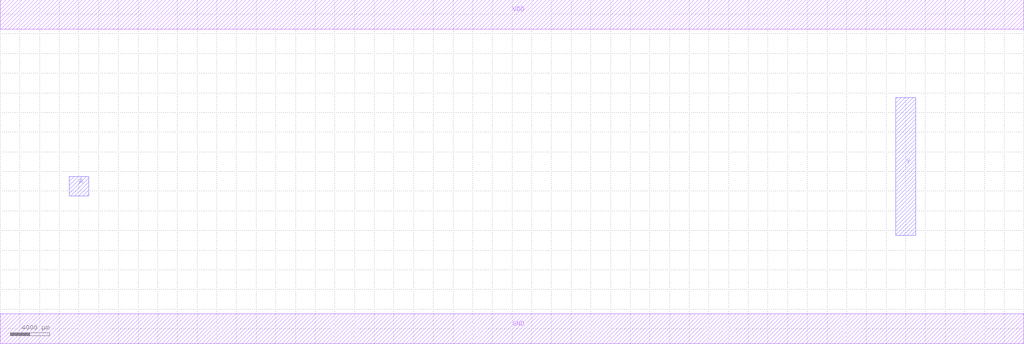
<source format=lef>
MACRO CLKBUF2
 CLASS CORE ;
 ORIGIN 0 0 ;
 FOREIGN CLKBUF2 0 0 ;
 SITE CORE ;
 SYMMETRY X Y R90 ;
  PIN VDD
   DIRECTION INOUT ;
   USE SIGNAL ;
   SHAPE ABUTMENT ;
    PORT
     CLASS CORE ;
       LAYER metal1 ;
        RECT 0.00000000 30500.00000000 104000.00000000 33500.00000000 ;
    END
  END VDD

  PIN GND
   DIRECTION INOUT ;
   USE SIGNAL ;
   SHAPE ABUTMENT ;
    PORT
     CLASS CORE ;
       LAYER metal1 ;
        RECT 0.00000000 -1500.00000000 104000.00000000 1500.00000000 ;
    END
  END GND

  PIN A
   DIRECTION INOUT ;
   USE SIGNAL ;
   SHAPE ABUTMENT ;
    PORT
     CLASS CORE ;
       LAYER metal2 ;
        RECT 7000.00000000 13500.00000000 9000.00000000 15500.00000000 ;
    END
  END A

  PIN Y
   DIRECTION INOUT ;
   USE SIGNAL ;
   SHAPE ABUTMENT ;
    PORT
     CLASS CORE ;
       LAYER metal2 ;
        RECT 91000.00000000 9500.00000000 93000.00000000 23500.00000000 ;
    END
  END Y


END CLKBUF2

</source>
